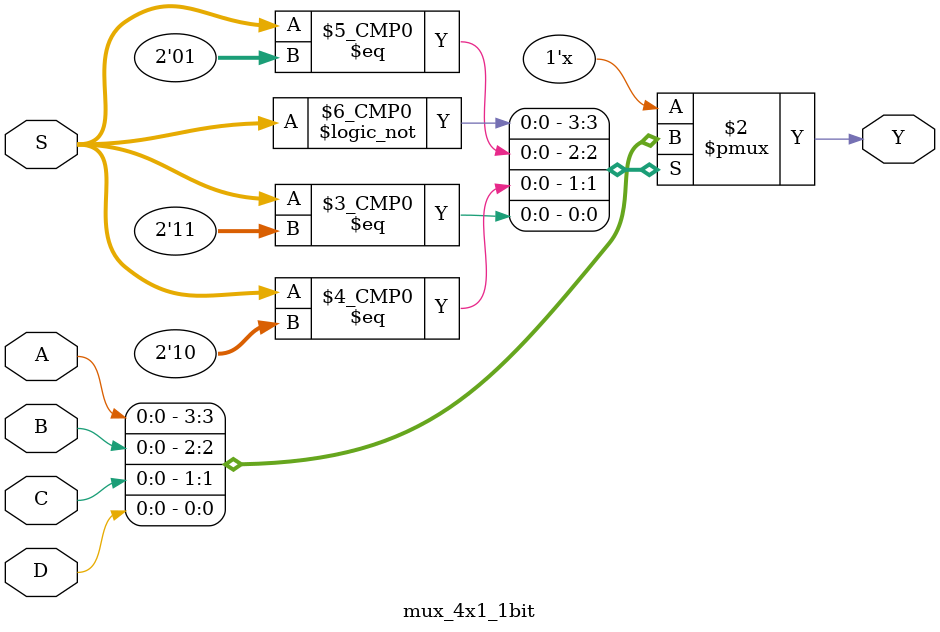
<source format=v>
module mux_4x1_1bit (Y, S, A, B, C, D);
	
	//Inputs
	input wire A,B,C,D;
	input wire [1:0] S;

	//Outputs
	output reg Y;
	
	//Test for selection bit
	always @ (S,A,B,C,D)

	case(S)
		2'b00:	Y=A;
		2'b01:	Y=B;
		2'b10:	Y=C;
		2'b11:	Y=D;
	endcase // S

endmodule // mux_4x1_1bit
</source>
